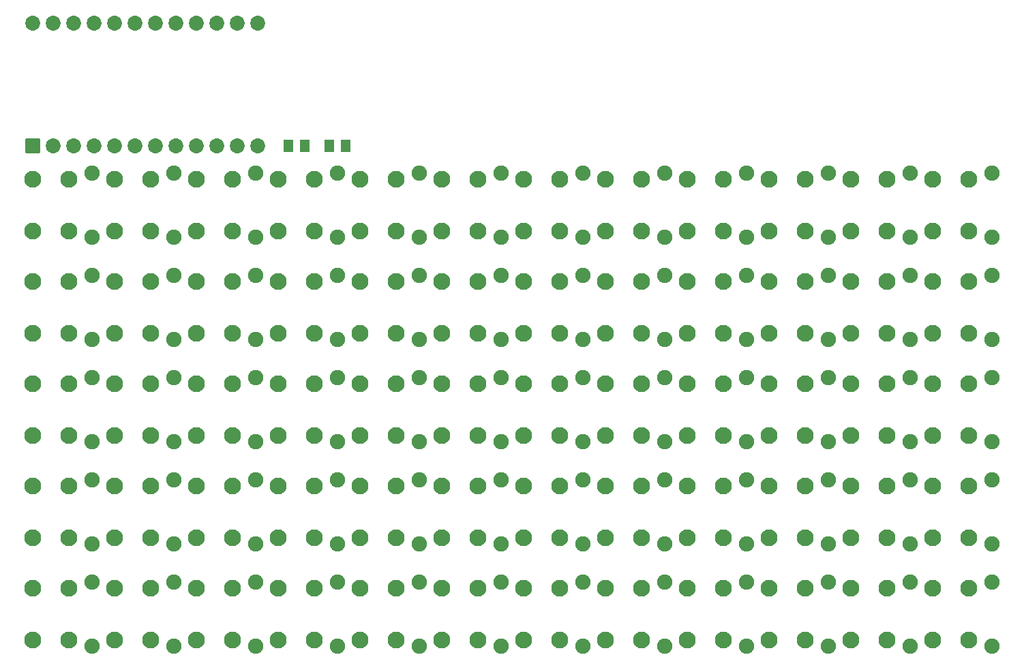
<source format=gts>
G04 Layer: TopSolderMaskLayer*
G04 EasyEDA v6.5.23, 2023-09-23 11:22:25*
G04 fbaf7024bf8343fa847bd74e200e9744,10*
G04 Gerber Generator version 0.2*
G04 Scale: 100 percent, Rotated: No, Reflected: No *
G04 Dimensions in inches *
G04 leading zeros omitted , absolute positions ,3 integer and 6 decimal *
%FSLAX36Y36*%
%MOIN*%

%AMMACRO1*1,1,$1,$2,$3*1,1,$1,$4,$5*1,1,$1,0-$2,0-$3*1,1,$1,0-$4,0-$5*20,1,$1,$2,$3,$4,$5,0*20,1,$1,$4,$5,0-$2,0-$3,0*20,1,$1,0-$2,0-$3,0-$4,0-$5,0*20,1,$1,0-$4,0-$5,$2,$3,0*4,1,4,$2,$3,$4,$5,0-$2,0-$3,0-$4,0-$5,$2,$3,0*%
%ADD10C,0.0749*%
%ADD11C,0.0827*%
%ADD12C,0.0730*%
%ADD13MACRO1,0.004X-0.0345X0.0345X0.0345X0.0345*%
%ADD14MACRO1,0.004X0.0223X0.0271X0.0223X-0.0271*%
%ADD15MACRO1,0.004X-0.0223X0.0271X-0.0223X-0.0271*%
%ADD16MACRO1,0.004X-0.0223X-0.0271X-0.0223X0.0271*%
%ADD17MACRO1,0.004X0.0223X-0.0271X0.0223X0.0271*%
%ADD18C,0.0147*%

%LPD*%
D10*
G01*
X-4500000Y-1842519D03*
G01*
X-4500000Y-2157480D03*
G01*
X-4100000Y-1842519D03*
G01*
X-4100000Y-2157480D03*
G01*
X-3700000Y-1842519D03*
G01*
X-3700000Y-2157480D03*
G01*
X-3300000Y-1842519D03*
G01*
X-3300000Y-2157480D03*
G01*
X-2900000Y-1842519D03*
G01*
X-2900000Y-2157480D03*
G01*
X-2500000Y-1842519D03*
G01*
X-2500000Y-2157480D03*
G01*
X-2100000Y-1842519D03*
G01*
X-2100000Y-2157480D03*
G01*
X-1700000Y-1842519D03*
G01*
X-1700000Y-2157480D03*
G01*
X-1300000Y-1842519D03*
G01*
X-1300000Y-2157480D03*
G01*
X-900000Y-1842519D03*
G01*
X-900000Y-2157480D03*
G01*
X-500000Y-1842519D03*
G01*
X-500000Y-2157480D03*
G01*
X-100000Y-1842519D03*
G01*
X-100000Y-2157480D03*
D11*
G01*
X-4611419Y-2127950D03*
G01*
X-4611419Y-1872049D03*
G01*
X-4788580Y-1872049D03*
G01*
X-4788580Y-2127950D03*
G01*
X-4211419Y-2127950D03*
G01*
X-4211419Y-1872049D03*
G01*
X-4388580Y-1872049D03*
G01*
X-4388580Y-2127950D03*
G01*
X-3811419Y-2127950D03*
G01*
X-3811419Y-1872049D03*
G01*
X-3988580Y-1872049D03*
G01*
X-3988580Y-2127950D03*
G01*
X-3411419Y-2127950D03*
G01*
X-3411419Y-1872049D03*
G01*
X-3588580Y-1872049D03*
G01*
X-3588580Y-2127950D03*
G01*
X-3011419Y-2127950D03*
G01*
X-3011419Y-1872049D03*
G01*
X-3188580Y-1872049D03*
G01*
X-3188580Y-2127950D03*
G01*
X-2611419Y-2127950D03*
G01*
X-2611419Y-1872049D03*
G01*
X-2788580Y-1872049D03*
G01*
X-2788580Y-2127950D03*
G01*
X-2211419Y-2127950D03*
G01*
X-2211419Y-1872049D03*
G01*
X-2388580Y-1872049D03*
G01*
X-2388580Y-2127950D03*
G01*
X-1811419Y-2127950D03*
G01*
X-1811419Y-1872049D03*
G01*
X-1988580Y-1872049D03*
G01*
X-1988580Y-2127950D03*
G01*
X-1411419Y-2127950D03*
G01*
X-1411419Y-1872049D03*
G01*
X-1588580Y-1872049D03*
G01*
X-1588580Y-2127950D03*
G01*
X-1011419Y-2127950D03*
G01*
X-1011419Y-1872049D03*
G01*
X-1188580Y-1872049D03*
G01*
X-1188580Y-2127950D03*
G01*
X-611419Y-2127950D03*
G01*
X-611419Y-1872049D03*
G01*
X-788580Y-1872049D03*
G01*
X-788580Y-2127950D03*
G01*
X-211419Y-2127950D03*
G01*
X-211419Y-1872049D03*
G01*
X-388580Y-1872049D03*
G01*
X-388580Y-2127950D03*
D10*
G01*
X-4500000Y-342519D03*
G01*
X-4500000Y-657480D03*
G01*
X-4100000Y-342519D03*
G01*
X-4100000Y-657480D03*
G01*
X-3700000Y-342519D03*
G01*
X-3700000Y-657480D03*
G01*
X-3300000Y-342519D03*
G01*
X-3300000Y-657480D03*
G01*
X-2900000Y-342519D03*
G01*
X-2900000Y-657480D03*
G01*
X-2500000Y-342519D03*
G01*
X-2500000Y-657480D03*
G01*
X-2100000Y-342519D03*
G01*
X-2100000Y-657480D03*
G01*
X-1700000Y-342519D03*
G01*
X-1700000Y-657480D03*
G01*
X-1300000Y-342519D03*
G01*
X-1300000Y-657480D03*
G01*
X-900000Y-342519D03*
G01*
X-900000Y-657480D03*
G01*
X-500000Y-342519D03*
G01*
X-500000Y-657480D03*
G01*
X-100000Y-342519D03*
G01*
X-100000Y-657480D03*
G01*
X-4500000Y-842519D03*
G01*
X-4500000Y-1157480D03*
G01*
X-4100000Y-842519D03*
G01*
X-4100000Y-1157480D03*
G01*
X-3700000Y-842519D03*
G01*
X-3700000Y-1157480D03*
G01*
X-3300000Y-842519D03*
G01*
X-3300000Y-1157480D03*
G01*
X-2900000Y-842519D03*
G01*
X-2900000Y-1157480D03*
G01*
X-2500000Y-842519D03*
G01*
X-2500000Y-1157480D03*
G01*
X-2100000Y-842519D03*
G01*
X-2100000Y-1157480D03*
G01*
X-1700000Y-842519D03*
G01*
X-1700000Y-1157480D03*
G01*
X-1300000Y-842519D03*
G01*
X-1300000Y-1157480D03*
G01*
X-900000Y-842519D03*
G01*
X-900000Y-1157480D03*
G01*
X-500000Y-842519D03*
G01*
X-500000Y-1157480D03*
G01*
X-100000Y-842519D03*
G01*
X-100000Y-1157480D03*
G01*
X-4500000Y-1342519D03*
G01*
X-4500000Y-1657480D03*
G01*
X-4100000Y-1342519D03*
G01*
X-4100000Y-1657480D03*
G01*
X-3700000Y-1342519D03*
G01*
X-3700000Y-1657480D03*
G01*
X-3300000Y-1342519D03*
G01*
X-3300000Y-1657480D03*
G01*
X-2900000Y-1342519D03*
G01*
X-2900000Y-1657480D03*
G01*
X-2500000Y-1342519D03*
G01*
X-2500000Y-1657480D03*
G01*
X-2100000Y-1342519D03*
G01*
X-2100000Y-1657480D03*
G01*
X-1700000Y-1342519D03*
G01*
X-1700000Y-1657480D03*
G01*
X-1300000Y-1342519D03*
G01*
X-1300000Y-1657480D03*
G01*
X-900000Y-1342519D03*
G01*
X-900000Y-1657480D03*
G01*
X-500000Y-1342519D03*
G01*
X-500000Y-1657480D03*
G01*
X-100000Y-1342519D03*
G01*
X-100000Y-1657480D03*
D11*
G01*
X-4611419Y-627950D03*
G01*
X-4611419Y-372049D03*
G01*
X-4788580Y-372049D03*
G01*
X-4788580Y-627950D03*
G01*
X-4211419Y-627950D03*
G01*
X-4211419Y-372049D03*
G01*
X-4388580Y-372049D03*
G01*
X-4388580Y-627950D03*
G01*
X-3811419Y-627950D03*
G01*
X-3811419Y-372049D03*
G01*
X-3988580Y-372049D03*
G01*
X-3988580Y-627950D03*
G01*
X-3411419Y-627950D03*
G01*
X-3411419Y-372049D03*
G01*
X-3588580Y-372049D03*
G01*
X-3588580Y-627950D03*
G01*
X-3011419Y-627950D03*
G01*
X-3011419Y-372049D03*
G01*
X-3188580Y-372049D03*
G01*
X-3188580Y-627950D03*
G01*
X-2611419Y-627950D03*
G01*
X-2611419Y-372049D03*
G01*
X-2788580Y-372049D03*
G01*
X-2788580Y-627950D03*
G01*
X-2211419Y-627950D03*
G01*
X-2211419Y-372049D03*
G01*
X-2388580Y-372049D03*
G01*
X-2388580Y-627950D03*
G01*
X-1811419Y-627950D03*
G01*
X-1811419Y-372049D03*
G01*
X-1988580Y-372049D03*
G01*
X-1988580Y-627950D03*
G01*
X-1411419Y-627950D03*
G01*
X-1411419Y-372049D03*
G01*
X-1588580Y-372049D03*
G01*
X-1588580Y-627950D03*
G01*
X-1011419Y-627950D03*
G01*
X-1011419Y-372049D03*
G01*
X-1188580Y-372049D03*
G01*
X-1188580Y-627950D03*
G01*
X-611419Y-627950D03*
G01*
X-611419Y-372049D03*
G01*
X-788580Y-372049D03*
G01*
X-788580Y-627950D03*
G01*
X-211419Y-627950D03*
G01*
X-211419Y-372049D03*
G01*
X-388580Y-372049D03*
G01*
X-388580Y-627950D03*
G01*
X-4611419Y-1127950D03*
G01*
X-4611419Y-872049D03*
G01*
X-4788580Y-872049D03*
G01*
X-4788580Y-1127950D03*
G01*
X-4211419Y-1127950D03*
G01*
X-4211419Y-872049D03*
G01*
X-4388580Y-872049D03*
G01*
X-4388580Y-1127950D03*
G01*
X-3811419Y-1127950D03*
G01*
X-3811419Y-872049D03*
G01*
X-3988580Y-872049D03*
G01*
X-3988580Y-1127950D03*
G01*
X-3411419Y-1127950D03*
G01*
X-3411419Y-872049D03*
G01*
X-3588580Y-872049D03*
G01*
X-3588580Y-1127950D03*
G01*
X-3011419Y-1127950D03*
G01*
X-3011419Y-872049D03*
G01*
X-3188580Y-872049D03*
G01*
X-3188580Y-1127950D03*
G01*
X-2611419Y-1127950D03*
G01*
X-2611419Y-872049D03*
G01*
X-2788580Y-872049D03*
G01*
X-2788580Y-1127950D03*
G01*
X-2211419Y-1127950D03*
G01*
X-2211419Y-872049D03*
G01*
X-2388580Y-872049D03*
G01*
X-2388580Y-1127950D03*
G01*
X-1811419Y-1127950D03*
G01*
X-1811419Y-872049D03*
G01*
X-1988580Y-872049D03*
G01*
X-1988580Y-1127950D03*
G01*
X-1411419Y-1127950D03*
G01*
X-1411419Y-872049D03*
G01*
X-1588580Y-872049D03*
G01*
X-1588580Y-1127950D03*
G01*
X-1011419Y-1127950D03*
G01*
X-1011419Y-872049D03*
G01*
X-1188580Y-872049D03*
G01*
X-1188580Y-1127950D03*
G01*
X-611419Y-1127950D03*
G01*
X-611419Y-872049D03*
G01*
X-788580Y-872049D03*
G01*
X-788580Y-1127950D03*
G01*
X-211419Y-1127950D03*
G01*
X-211419Y-872049D03*
G01*
X-388580Y-872049D03*
G01*
X-388580Y-1127950D03*
G01*
X-4611419Y-1627950D03*
G01*
X-4611419Y-1372049D03*
G01*
X-4788580Y-1372049D03*
G01*
X-4788580Y-1627950D03*
G01*
X-4211419Y-1627950D03*
G01*
X-4211419Y-1372049D03*
G01*
X-4388580Y-1372049D03*
G01*
X-4388580Y-1627950D03*
G01*
X-3811419Y-1627950D03*
G01*
X-3811419Y-1372049D03*
G01*
X-3988580Y-1372049D03*
G01*
X-3988580Y-1627950D03*
G01*
X-3411419Y-1627950D03*
G01*
X-3411419Y-1372049D03*
G01*
X-3588580Y-1372049D03*
G01*
X-3588580Y-1627950D03*
G01*
X-3011419Y-1627950D03*
G01*
X-3011419Y-1372049D03*
G01*
X-3188580Y-1372049D03*
G01*
X-3188580Y-1627950D03*
G01*
X-2611419Y-1627950D03*
G01*
X-2611419Y-1372049D03*
G01*
X-2788580Y-1372049D03*
G01*
X-2788580Y-1627950D03*
G01*
X-2211419Y-1627950D03*
G01*
X-2211419Y-1372049D03*
G01*
X-2388580Y-1372049D03*
G01*
X-2388580Y-1627950D03*
G01*
X-1811419Y-1627950D03*
G01*
X-1811419Y-1372049D03*
G01*
X-1988580Y-1372049D03*
G01*
X-1988580Y-1627950D03*
G01*
X-1411419Y-1627950D03*
G01*
X-1411419Y-1372049D03*
G01*
X-1588580Y-1372049D03*
G01*
X-1588580Y-1627950D03*
G01*
X-1011419Y-1627950D03*
G01*
X-1011419Y-1372049D03*
G01*
X-1188580Y-1372049D03*
G01*
X-1188580Y-1627950D03*
G01*
X-611419Y-1627950D03*
G01*
X-611419Y-1372049D03*
G01*
X-788580Y-1372049D03*
G01*
X-788580Y-1627950D03*
G01*
X-211419Y-1627950D03*
G01*
X-211419Y-1372049D03*
G01*
X-388580Y-1372049D03*
G01*
X-388580Y-1627950D03*
D10*
G01*
X-4500000Y157480D03*
G01*
X-4500000Y-157480D03*
D11*
G01*
X-4611419Y-127950D03*
G01*
X-4611419Y127950D03*
G01*
X-4788580Y127950D03*
G01*
X-4788580Y-127950D03*
D12*
G01*
X-4790000Y890000D03*
G01*
X-3690000Y290000D03*
G01*
X-4690000Y890000D03*
G01*
X-4590000Y890000D03*
G01*
X-4490000Y890000D03*
G01*
X-4390000Y890000D03*
G01*
X-4290000Y890000D03*
G01*
X-4190000Y890000D03*
G01*
X-4090000Y890000D03*
G01*
X-3990000Y890000D03*
G01*
X-3890000Y890000D03*
G01*
X-3790000Y890000D03*
G01*
X-3690000Y890000D03*
G01*
X-3790000Y290000D03*
G01*
X-3890000Y290000D03*
G01*
X-3990000Y290000D03*
G01*
X-4090000Y290000D03*
G01*
X-4190000Y290000D03*
G01*
X-4290000Y290000D03*
G01*
X-4390000Y290000D03*
G01*
X-4490000Y290000D03*
G01*
X-4590000Y290000D03*
G01*
X-4690000Y290000D03*
D13*
G01*
X-4790000Y290000D03*
D10*
G01*
X-4100000Y157480D03*
G01*
X-4100000Y-157480D03*
G01*
X-3700000Y157480D03*
G01*
X-3700000Y-157480D03*
G01*
X-3300000Y157480D03*
G01*
X-3300000Y-157480D03*
G01*
X-2900000Y157480D03*
G01*
X-2900000Y-157480D03*
G01*
X-2500000Y157480D03*
G01*
X-2500000Y-157480D03*
G01*
X-2100000Y157480D03*
G01*
X-2100000Y-157480D03*
G01*
X-1300000Y157480D03*
G01*
X-1300000Y-157480D03*
G01*
X-900000Y157480D03*
G01*
X-900000Y-157480D03*
G01*
X-500000Y157480D03*
G01*
X-500000Y-157480D03*
G01*
X-100000Y157480D03*
G01*
X-100000Y-157480D03*
D11*
G01*
X-4211419Y-127950D03*
G01*
X-4211419Y127950D03*
G01*
X-4388580Y127950D03*
G01*
X-4388580Y-127950D03*
G01*
X-3811419Y-127950D03*
G01*
X-3811419Y127950D03*
G01*
X-3988580Y127950D03*
G01*
X-3988580Y-127950D03*
G01*
X-3411419Y-127950D03*
G01*
X-3411419Y127950D03*
G01*
X-3588580Y127950D03*
G01*
X-3588580Y-127950D03*
G01*
X-3011419Y-127950D03*
G01*
X-3011419Y127950D03*
G01*
X-3188580Y127950D03*
G01*
X-3188580Y-127950D03*
G01*
X-2611419Y-127950D03*
G01*
X-2611419Y127950D03*
G01*
X-2788580Y127950D03*
G01*
X-2788580Y-127950D03*
G01*
X-2211419Y-127950D03*
G01*
X-2211419Y127950D03*
G01*
X-2388580Y127950D03*
G01*
X-2388580Y-127950D03*
G01*
X-1811419Y-127950D03*
G01*
X-1811419Y127950D03*
G01*
X-1988580Y127950D03*
G01*
X-1988580Y-127950D03*
G01*
X-1411419Y-127950D03*
G01*
X-1411419Y127950D03*
G01*
X-1588580Y127950D03*
G01*
X-1588580Y-127950D03*
G01*
X-1011419Y-127950D03*
G01*
X-1011419Y127950D03*
G01*
X-1188580Y127950D03*
G01*
X-1188580Y-127950D03*
G01*
X-611419Y-127950D03*
G01*
X-611419Y127950D03*
G01*
X-788580Y127950D03*
G01*
X-788580Y-127950D03*
G01*
X-211419Y-127950D03*
G01*
X-211419Y127950D03*
G01*
X-388580Y127950D03*
G01*
X-388580Y-127950D03*
D10*
G01*
X-1700000Y157480D03*
G01*
X-1700000Y-157480D03*
D14*
G01*
X-3539371Y290000D03*
D15*
G01*
X-3460628Y290000D03*
D16*
G01*
X-3260628Y290000D03*
D17*
G01*
X-3339371Y290000D03*
M02*

</source>
